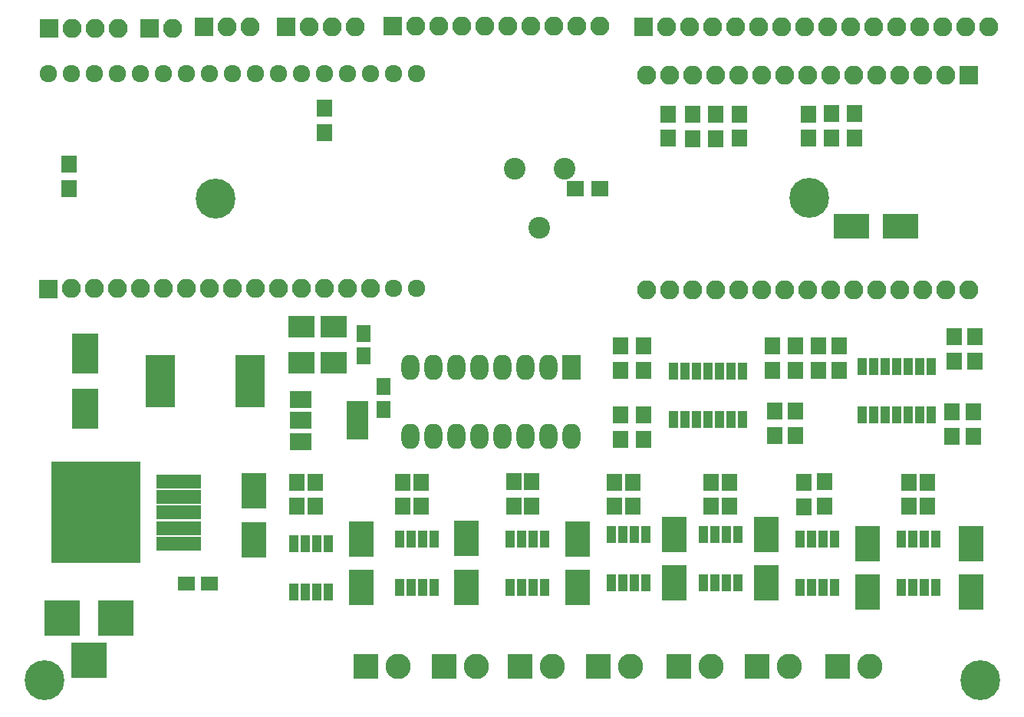
<source format=gbr>
G04 #@! TF.FileFunction,Soldermask,Top*
%FSLAX46Y46*%
G04 Gerber Fmt 4.6, Leading zero omitted, Abs format (unit mm)*
G04 Created by KiCad (PCBNEW 4.0.7) date 12/28/17 14:19:57*
%MOMM*%
%LPD*%
G01*
G04 APERTURE LIST*
%ADD10C,0.100000*%
%ADD11R,1.000000X1.950000*%
%ADD12R,2.100000X2.100000*%
%ADD13O,2.100000X2.100000*%
%ADD14C,1.924000*%
%ADD15R,1.700000X1.900000*%
%ADD16R,1.650000X1.900000*%
%ADD17R,1.900000X1.650000*%
%ADD18R,2.900000X4.400000*%
%ADD19R,2.900000X2.400000*%
%ADD20R,2.700000X3.900000*%
%ADD21R,3.900000X2.700000*%
%ADD22R,3.900000X3.900000*%
%ADD23C,2.800000*%
%ADD24R,2.800000X2.800000*%
%ADD25R,3.300000X5.800000*%
%ADD26R,1.900000X1.700000*%
%ADD27C,2.400000*%
%ADD28R,2.000000X2.800000*%
%ADD29O,2.000000X2.800000*%
%ADD30R,5.000000X1.500000*%
%ADD31R,9.800000X11.200000*%
%ADD32R,2.400000X4.200000*%
%ADD33R,2.400000X1.900000*%
%ADD34R,1.000000X1.900000*%
%ADD35C,4.400000*%
G04 APERTURE END LIST*
D10*
D11*
X171577000Y-124808000D03*
X170307000Y-124808000D03*
X169037000Y-124808000D03*
X167767000Y-124808000D03*
X167767000Y-130208000D03*
X169037000Y-130208000D03*
X170307000Y-130208000D03*
X171577000Y-130208000D03*
X128397000Y-124808000D03*
X127127000Y-124808000D03*
X125857000Y-124808000D03*
X124587000Y-124808000D03*
X124587000Y-130208000D03*
X125857000Y-130208000D03*
X127127000Y-130208000D03*
X128397000Y-130208000D03*
X160401000Y-124808000D03*
X159131000Y-124808000D03*
X157861000Y-124808000D03*
X156591000Y-124808000D03*
X156591000Y-130208000D03*
X157861000Y-130208000D03*
X159131000Y-130208000D03*
X160401000Y-130208000D03*
D12*
X73680000Y-97205000D03*
D13*
X76190000Y-97150000D03*
X78730000Y-97150000D03*
X81270000Y-97150000D03*
X83810000Y-97150000D03*
X86350000Y-97150000D03*
X88890000Y-97150000D03*
X91430000Y-97150000D03*
X93970000Y-97150000D03*
X96510000Y-97150000D03*
X99050000Y-97150000D03*
X101590000Y-97150000D03*
X104130000Y-97150000D03*
X106670000Y-97150000D03*
X109210000Y-97150000D03*
D14*
X111750000Y-97150000D03*
X114290000Y-97150000D03*
X114290000Y-73450000D03*
X111750000Y-73450000D03*
X109210000Y-73450000D03*
X106670000Y-73450000D03*
X104130000Y-73450000D03*
X101590000Y-73450000D03*
X99050000Y-73450000D03*
X96510000Y-73450000D03*
X93970000Y-73450000D03*
X91430000Y-73450000D03*
X88890000Y-73450000D03*
X86350000Y-73450000D03*
X83810000Y-73450000D03*
X81270000Y-73450000D03*
X78730000Y-73450000D03*
X76190000Y-73450000D03*
X73650000Y-73450000D03*
D15*
X75890000Y-86120000D03*
X75890000Y-83420000D03*
D16*
X110640000Y-110500000D03*
X110640000Y-108000000D03*
D17*
X88920000Y-129794000D03*
X91420000Y-129794000D03*
D18*
X77724000Y-104392000D03*
X77724000Y-110492000D03*
D19*
X101600000Y-101378000D03*
X101600000Y-105378000D03*
D16*
X108458000Y-104628000D03*
X108458000Y-102128000D03*
D19*
X105156000Y-105378000D03*
X105156000Y-101378000D03*
D20*
X96297500Y-119492500D03*
X96297500Y-124892500D03*
X119750000Y-124790000D03*
X119750000Y-130190000D03*
D21*
X162270000Y-90330000D03*
X167670000Y-90330000D03*
D20*
X164084000Y-125316000D03*
X164084000Y-130716000D03*
X108204000Y-124808000D03*
X108204000Y-130208000D03*
X175514000Y-125316000D03*
X175514000Y-130716000D03*
X142748000Y-124300000D03*
X142748000Y-129700000D03*
X132080000Y-124808000D03*
X132080000Y-130208000D03*
X152908000Y-124300000D03*
X152908000Y-129700000D03*
D22*
X81130000Y-133540000D03*
X75130000Y-133540000D03*
X78130000Y-138240000D03*
D23*
X137866000Y-138938000D03*
D24*
X134366000Y-138938000D03*
D23*
X120848000Y-138938000D03*
D24*
X117348000Y-138938000D03*
D23*
X155392000Y-138938000D03*
D24*
X151892000Y-138938000D03*
D23*
X164282000Y-138938000D03*
D24*
X160782000Y-138938000D03*
D23*
X146756000Y-138938000D03*
D24*
X143256000Y-138938000D03*
D23*
X129230000Y-138938000D03*
D24*
X125730000Y-138938000D03*
D23*
X112212000Y-138938000D03*
D24*
X108712000Y-138938000D03*
D12*
X139310000Y-68280000D03*
D13*
X141850000Y-68280000D03*
X144390000Y-68280000D03*
X146930000Y-68280000D03*
X149470000Y-68280000D03*
X152010000Y-68280000D03*
X154550000Y-68280000D03*
X157090000Y-68280000D03*
X159630000Y-68280000D03*
X162170000Y-68280000D03*
X164710000Y-68280000D03*
X167250000Y-68280000D03*
X169790000Y-68280000D03*
X172330000Y-68280000D03*
X174870000Y-68280000D03*
X177410000Y-68280000D03*
D12*
X111650000Y-68230000D03*
D13*
X114190000Y-68230000D03*
X116730000Y-68230000D03*
X119270000Y-68230000D03*
X121810000Y-68230000D03*
X124350000Y-68230000D03*
X126890000Y-68230000D03*
X129430000Y-68230000D03*
X131970000Y-68230000D03*
X134510000Y-68230000D03*
D12*
X90860000Y-68290000D03*
D13*
X93400000Y-68290000D03*
X95940000Y-68290000D03*
D12*
X84830000Y-68430000D03*
D13*
X87370000Y-68430000D03*
D12*
X73710000Y-68450000D03*
D13*
X76250000Y-68450000D03*
X78790000Y-68450000D03*
X81330000Y-68450000D03*
D12*
X99860000Y-68290000D03*
D13*
X102400000Y-68290000D03*
X104940000Y-68290000D03*
X107480000Y-68290000D03*
D25*
X95882000Y-107442000D03*
X85982000Y-107442000D03*
D15*
X112776000Y-118538000D03*
X112776000Y-121238000D03*
X162610000Y-77860000D03*
X162610000Y-80560000D03*
X160060000Y-77860000D03*
X160060000Y-80560000D03*
X157580000Y-77900000D03*
X157580000Y-80600000D03*
X149900000Y-77900000D03*
X149900000Y-80600000D03*
X147320000Y-77920000D03*
X147320000Y-80620000D03*
X144800000Y-77920000D03*
X144800000Y-80620000D03*
X142040000Y-77900000D03*
X142040000Y-80600000D03*
X114808000Y-121238000D03*
X114808000Y-118538000D03*
D26*
X134510000Y-86110000D03*
X131810000Y-86110000D03*
D15*
X159330000Y-118520000D03*
X159330000Y-121220000D03*
X157010000Y-121280000D03*
X157010000Y-118580000D03*
X101092000Y-118538000D03*
X101092000Y-121238000D03*
X168656000Y-118538000D03*
X168656000Y-121238000D03*
X104130000Y-79990000D03*
X104130000Y-77290000D03*
X103124000Y-121238000D03*
X103124000Y-118538000D03*
X170688000Y-121238000D03*
X170688000Y-118538000D03*
X173670000Y-105232000D03*
X173670000Y-102532000D03*
X175956000Y-105232000D03*
X175956000Y-102532000D03*
X136144000Y-118538000D03*
X136144000Y-121238000D03*
X138176000Y-121238000D03*
X138176000Y-118538000D03*
X125010000Y-118500000D03*
X125010000Y-121200000D03*
X127010000Y-121200000D03*
X127010000Y-118500000D03*
X158684000Y-106248000D03*
X158684000Y-103548000D03*
X146812000Y-118538000D03*
X146812000Y-121238000D03*
X148844000Y-121238000D03*
X148844000Y-118538000D03*
X160970000Y-106248000D03*
X160970000Y-103548000D03*
X156100000Y-113440000D03*
X156100000Y-110740000D03*
X175710000Y-113470000D03*
X175710000Y-110770000D03*
X156144000Y-106248000D03*
X156144000Y-103548000D03*
X136840000Y-103548000D03*
X136840000Y-106248000D03*
X136840000Y-113868000D03*
X136840000Y-111168000D03*
X153790000Y-110710000D03*
X153790000Y-113410000D03*
X173420000Y-110770000D03*
X173420000Y-113470000D03*
X153604000Y-106248000D03*
X153604000Y-103548000D03*
X139380000Y-106248000D03*
X139380000Y-103548000D03*
X139380000Y-111168000D03*
X139380000Y-113868000D03*
D27*
X125090000Y-83930000D03*
X130590000Y-83930000D03*
X127840000Y-90430000D03*
D28*
X131370000Y-105840000D03*
D29*
X113590000Y-113460000D03*
X128830000Y-105840000D03*
X116130000Y-113460000D03*
X126290000Y-105840000D03*
X118670000Y-113460000D03*
X123750000Y-105840000D03*
X121210000Y-113460000D03*
X121210000Y-105840000D03*
X123750000Y-113460000D03*
X118670000Y-105840000D03*
X126290000Y-113460000D03*
X116130000Y-105840000D03*
X128830000Y-113460000D03*
X113590000Y-105840000D03*
X131370000Y-113460000D03*
D30*
X88071000Y-125320000D03*
X88071000Y-123620000D03*
X88071000Y-121920000D03*
X88071000Y-120220000D03*
X88071000Y-118520000D03*
D31*
X78921000Y-121920000D03*
D11*
X116205000Y-124808000D03*
X114935000Y-124808000D03*
X113665000Y-124808000D03*
X112395000Y-124808000D03*
X112395000Y-130208000D03*
X113665000Y-130208000D03*
X114935000Y-130208000D03*
X116205000Y-130208000D03*
D12*
X175230000Y-73605000D03*
D13*
X172720000Y-73660000D03*
X170180000Y-73660000D03*
X167640000Y-73660000D03*
X165100000Y-73660000D03*
X162560000Y-73660000D03*
X160020000Y-73660000D03*
X157480000Y-73660000D03*
X154940000Y-73660000D03*
X152400000Y-73660000D03*
X149860000Y-73660000D03*
X147320000Y-73660000D03*
X144780000Y-73660000D03*
X142240000Y-73660000D03*
X139700000Y-73660000D03*
X139700000Y-97360000D03*
X142240000Y-97360000D03*
X144780000Y-97360000D03*
X147320000Y-97360000D03*
X149860000Y-97360000D03*
X152400000Y-97360000D03*
X154940000Y-97360000D03*
X157480000Y-97360000D03*
X160020000Y-97360000D03*
X162560000Y-97360000D03*
X165100000Y-97360000D03*
X167640000Y-97360000D03*
X170180000Y-97360000D03*
X172720000Y-97360000D03*
X175260000Y-97360000D03*
D32*
X107798000Y-111760000D03*
D33*
X101498000Y-111760000D03*
X101498000Y-114060000D03*
X101498000Y-109460000D03*
D11*
X104521000Y-125316000D03*
X103251000Y-125316000D03*
X101981000Y-125316000D03*
X100711000Y-125316000D03*
X100711000Y-130716000D03*
X101981000Y-130716000D03*
X103251000Y-130716000D03*
X104521000Y-130716000D03*
D34*
X171130000Y-105754000D03*
X169860000Y-105754000D03*
X168590000Y-105754000D03*
X167320000Y-105754000D03*
X166050000Y-105754000D03*
X164780000Y-105754000D03*
X163510000Y-105754000D03*
X163510000Y-111154000D03*
X164780000Y-111154000D03*
X166050000Y-111154000D03*
X167320000Y-111154000D03*
X168590000Y-111154000D03*
X169860000Y-111154000D03*
X171130000Y-111154000D03*
D11*
X139573000Y-124300000D03*
X138303000Y-124300000D03*
X137033000Y-124300000D03*
X135763000Y-124300000D03*
X135763000Y-129700000D03*
X137033000Y-129700000D03*
X138303000Y-129700000D03*
X139573000Y-129700000D03*
X149733000Y-124300000D03*
X148463000Y-124300000D03*
X147193000Y-124300000D03*
X145923000Y-124300000D03*
X145923000Y-129700000D03*
X147193000Y-129700000D03*
X148463000Y-129700000D03*
X149733000Y-129700000D03*
D34*
X150302000Y-106262000D03*
X149032000Y-106262000D03*
X147762000Y-106262000D03*
X146492000Y-106262000D03*
X145222000Y-106262000D03*
X143952000Y-106262000D03*
X142682000Y-106262000D03*
X142682000Y-111662000D03*
X143952000Y-111662000D03*
X145222000Y-111662000D03*
X146492000Y-111662000D03*
X147762000Y-111662000D03*
X149032000Y-111662000D03*
X150302000Y-111662000D03*
D35*
X73200000Y-140380000D03*
X176490000Y-140400000D03*
X157640000Y-87180000D03*
X92120000Y-87210000D03*
M02*

</source>
